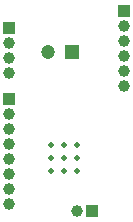
<source format=gbs>
G04*
G04 #@! TF.GenerationSoftware,Altium Limited,Altium Designer,19.1.7 (138)*
G04*
G04 Layer_Color=16711935*
%FSLAX44Y44*%
%MOMM*%
G71*
G01*
G75*
%ADD25R,1.2000X1.2000*%
%ADD26C,1.2000*%
%ADD27C,1.0000*%
%ADD28R,1.0000X1.0000*%
%ADD29R,1.0000X1.0000*%
%ADD30C,0.5000*%
D25*
X1043526Y864754D02*
D03*
D26*
X1023526D02*
D03*
D27*
X1088136Y835914D02*
D03*
Y848614D02*
D03*
Y861314D02*
D03*
Y874014D02*
D03*
Y886714D02*
D03*
X990600Y736092D02*
D03*
Y748792D02*
D03*
Y761492D02*
D03*
Y774192D02*
D03*
Y786892D02*
D03*
Y799592D02*
D03*
Y812292D02*
D03*
Y872998D02*
D03*
Y860298D02*
D03*
Y847598D02*
D03*
X1047750Y730504D02*
D03*
D28*
X1088136Y899414D02*
D03*
X990600Y824992D02*
D03*
Y885698D02*
D03*
D29*
X1060450Y730504D02*
D03*
D30*
X1026216Y764078D02*
D03*
Y775078D02*
D03*
Y786078D02*
D03*
X1037216Y764078D02*
D03*
Y775078D02*
D03*
Y786078D02*
D03*
X1048216Y764078D02*
D03*
Y775078D02*
D03*
Y786078D02*
D03*
M02*

</source>
